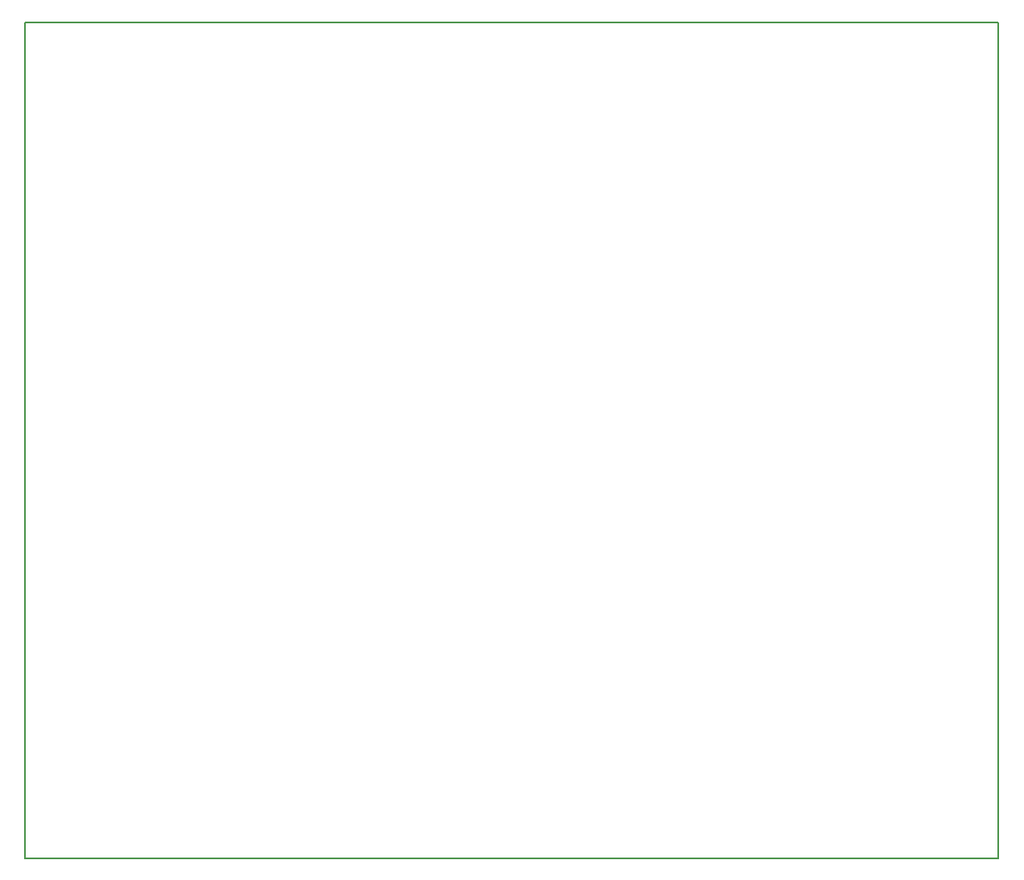
<source format=gbr>
%TF.GenerationSoftware,KiCad,Pcbnew,(6.0.1)*%
%TF.CreationDate,2022-02-12T14:44:04-06:00*%
%TF.ProjectId,sawsetter_main,73617773-6574-4746-9572-5f6d61696e2e,rev?*%
%TF.SameCoordinates,Original*%
%TF.FileFunction,Profile,NP*%
%FSLAX46Y46*%
G04 Gerber Fmt 4.6, Leading zero omitted, Abs format (unit mm)*
G04 Created by KiCad (PCBNEW (6.0.1)) date 2022-02-12 14:44:04*
%MOMM*%
%LPD*%
G01*
G04 APERTURE LIST*
%TA.AperFunction,Profile*%
%ADD10C,0.200000*%
%TD*%
G04 APERTURE END LIST*
D10*
X20320000Y-41910000D02*
X20320000Y-127000000D01*
X20320000Y-127000000D02*
X119380000Y-127000000D01*
X119380000Y-41910000D02*
X20320000Y-41910000D01*
X119380000Y-127000000D02*
X119380000Y-41910000D01*
M02*

</source>
